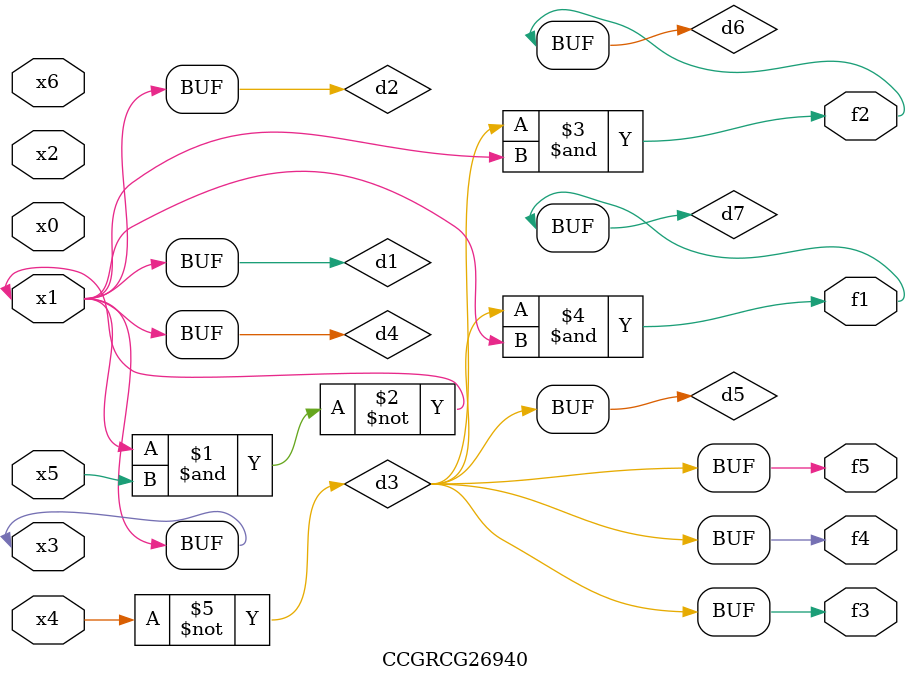
<source format=v>
module CCGRCG26940(
	input x0, x1, x2, x3, x4, x5, x6,
	output f1, f2, f3, f4, f5
);

	wire d1, d2, d3, d4, d5, d6, d7;

	buf (d1, x1, x3);
	nand (d2, x1, x5);
	not (d3, x4);
	buf (d4, d1, d2);
	buf (d5, d3);
	and (d6, d3, d4);
	and (d7, d3, d4);
	assign f1 = d7;
	assign f2 = d6;
	assign f3 = d5;
	assign f4 = d5;
	assign f5 = d5;
endmodule

</source>
